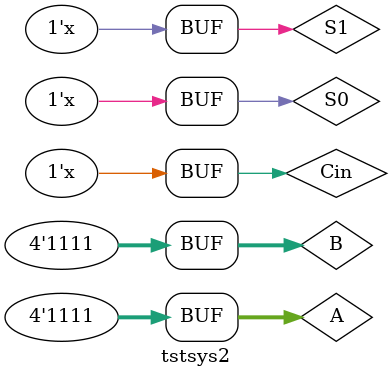
<source format=v>
	 module mux_4x1 ( x,y,z,v,s1,s0,f) ;
	  input x,y,z,v,s1,s0;
	  output f;
	  wire w0,w1,w2,w3,w4,w5;
	  not #3ns gate1(w0,s0);
	  not #3ns gate2(w1,s1);   
	  and #7ns gate3(w2,x,w0,w1);	
	  and #7ns gate4(w3,y,s0,w1);
	  and #7ns gate5(w4,z,w0,s1);
	  and #7ns gate6(w5,v,s0,s1); 
	  or #7ns gate7(f,w2,w3,w4,w5);	
	 endmodule
	 
	module carry_add (x,y,cin,S,cout);
	input [3:0] x,y;
	input cin;
	output [3:0] S  ;
	output cout;
	wire [3:0] G,P;
	wire [3:0] F; 
	or (C[0],cin,1'b0);
	wire [4:0] C;	  

	genvar i;
	generate 
	for (i=0;i<=3;i=i+1)
		begin: mohammad
			and #7ns (G[i],x[i],y[i]);
			xor #11ns (P[i],x[i],y[i]);
		and #7ns (F[i],C[i],P[i]);
   	    or #7ns (C[i+1],F[i],G[i]);  
		 xor #11ns (S[i],P[i],C[i]);
			end
		endgenerate		  
  	 or (cout,C[4],1'b0);
		 endmodule
		 
	
		 
		 			   
module system2 (A,S1,S0,B,Cin,D,Cout);
	input [3:0] A,B;
	input Cin,S1,S0;
	output [3:0] D;
	output Cout;   
	wire [3:0] Y;
	wire [3:0] BP;
	not #3ns g1(BP[0],B[0]);
	not #3ns g2(BP[1],B[1]);
	not #3ns g3(BP[2],B[2]);
	not #3ns g4(BP[3],B[3]);   
	mux_4x1 m1(B[0],BP[0],1'b0,1'b1,S1,S0,Y[0]);  
	mux_4x1 m2(B[1],BP[1],1'b0,1'b1,S1,S0,Y[1]); 
	mux_4x1 m3(B[2],BP[2],1'b0,1'b1,S1,S0,Y[2]); 
	mux_4x1 m4(B[3],BP[3],1'b0,1'b1,S1,S0,Y[3]); 
	carry_add cr (A,Y,Cin,D,Cout);
endmodule	   





module tstsys2();
		 reg [3:0] A,B;
	   reg Cin,S1,S0;
	   wire [3:0] D;
	   wire Cout;
	   
	   system2 sys2(A,S1,S0,B,Cin,D,Cout);
	   
	   initial 
		   begin 
			   
			 {A[0],A[1],A[2],A[3],S1,S0,B[0],B[1],B[2],B[3],Cin} =11'b00000000000;
			repeat (15)	 
			  begin
			#50ns 	{A[0],A[1],A[2],A[3]} = {A[0],A[1],A[2],A[3]}  +  4'b0001 ;	
			
		#50ns 	{B[0],B[1],B[2],B[3]} = {B[0],B[1],B[2],B[3]}  +  4'b0001 ;	
			 end
		   end
		   always #100ns {S1,S0, Cin}={S1,S0, Cin}+1;
			
		  
		   endmodule
	
	
</source>
